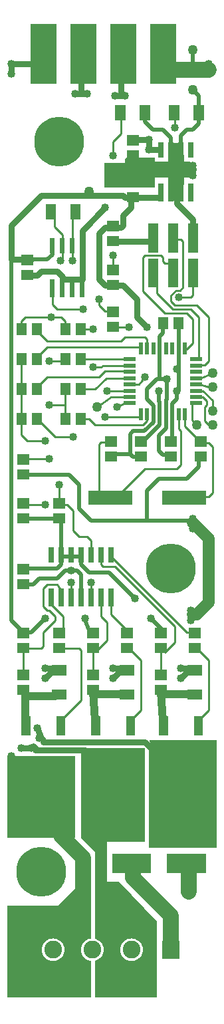
<source format=gbr>
G04 start of page 3 for group 1 idx 3 *
G04 Title: LED driver v. 0.1, front *
G04 Creator: pcb 1.99x *
G04 CreationDate: Sun Jun 28 04:20:52 2009 UTC *
G04 For: davidellsworth *
G04 Format: Gerber/RS-274X *
G04 PCB-Dimensions: 113000 493000 *
G04 PCB-Coordinate-Origin: lower left *
%MOIN*%
%FSLAX24Y24*%
%LNFRONT*%
%ADD11C,0.0200*%
%ADD12C,0.0300*%
%ADD13C,0.0800*%
%ADD14C,0.0600*%
%ADD15C,0.0100*%
%ADD16C,0.0891*%
%ADD17C,0.0400*%
%ADD18C,0.2500*%
%ADD19C,0.0591*%
%ADD20C,0.0150*%
%ADD21C,0.1250*%
%ADD22R,0.0250X0.0250*%
%ADD23R,0.0512X0.0512*%
%ADD24R,0.2200X0.2200*%
%ADD25R,0.0450X0.0450*%
%ADD26R,0.0950X0.0950*%
%ADD27R,0.0700X0.0700*%
%ADD28R,0.0200X0.0200*%
%ADD29C,0.0500*%
%ADD30R,0.1300X0.1300*%
%ADD31R,0.0500X0.0500*%
G54D12*X2000Y40600D02*X500Y39100D01*
G54D11*Y37400D02*X2300D01*
X500Y19300D02*Y37400D01*
G54D12*Y39100D02*Y37400D01*
X1500D01*
G54D11*X2300D02*X2550Y37650D01*
Y37850D01*
G54D12*X5200Y39000D02*X4900Y38700D01*
Y36400D01*
X5200Y36100D01*
X5500D01*
X5600D02*X6100D01*
X5200Y39000D02*X6000D01*
X6100Y39100D01*
Y39600D01*
X6200Y40500D02*X6100Y40600D01*
X2000D01*
G54D11*X500Y19300D02*X1100Y18700D01*
X1500D02*X2200Y19400D01*
X4200D02*Y19300D01*
X4400Y18800D01*
X7500Y19400D02*X8100Y18800D01*
X1200Y18700D02*X1500D01*
X8887Y34160D02*X8877D01*
X8887Y33153D02*Y34160D01*
Y32753D02*Y30887D01*
X8572Y29446D02*Y28277D01*
X7942Y29446D02*Y29100D01*
X7039Y28196D01*
Y28177D01*
X8572Y28277D02*X8539D01*
X8572Y29846D02*Y30172D01*
X8800Y30400D01*
Y30800D01*
X8887Y30887D02*X8800Y30800D01*
X7942Y29846D02*Y30257D01*
X7900Y30300D01*
Y30800D01*
G54D12*X6800Y35400D02*Y34500D01*
X7300Y34000D01*
X6100Y36100D02*X6800Y35400D01*
X6600Y43400D02*X7400D01*
Y42900D01*
X7900D01*
X6500Y40000D02*Y40500D01*
X6100Y39600D02*X6500Y40000D01*
X7900Y40500D02*X6200D01*
X5600Y38300D02*X7500D01*
G54D11*G36*
X6300Y41632D02*Y42267D01*
X6304Y42266D01*
X6895D01*
X6912Y42268D01*
X6929Y42272D01*
X6945Y42280D01*
X6959Y42290D01*
X6971Y42302D01*
X6981Y42316D01*
X6989Y42332D01*
X6993Y42349D01*
X6995Y42367D01*
Y42500D01*
X7700D01*
Y41000D01*
X6992D01*
X6993Y41003D01*
X6995Y41021D01*
Y41533D01*
X6993Y41550D01*
X6989Y41567D01*
X6981Y41583D01*
X6971Y41597D01*
X6959Y41609D01*
X6945Y41619D01*
X6929Y41627D01*
X6912Y41631D01*
X6895Y41633D01*
X6304D01*
X6300Y41632D01*
G37*
G36*
X5150Y41000D02*Y42250D01*
X6900D01*
Y41632D01*
X6895Y41633D01*
X6304D01*
X6287Y41631D01*
X6270Y41627D01*
X6254Y41619D01*
X6240Y41609D01*
X6228Y41597D01*
X6218Y41583D01*
X6210Y41567D01*
X6206Y41550D01*
X6204Y41533D01*
Y41021D01*
X6206Y41003D01*
X6207Y41000D01*
X5150D01*
G37*
G54D11*X8257Y29446D02*Y28950D01*
X7627Y29396D02*Y29250D01*
X7177Y28800D01*
X6600D01*
X6450Y28650D01*
X8257Y28950D02*X7900Y28592D01*
X7627Y29846D02*Y30072D01*
X7900Y28592D02*Y27800D01*
X6450Y28650D02*Y27650D01*
X6600Y27500D01*
X7039D01*
Y27522D01*
X6450Y27650D02*X5539D01*
Y27522D01*
X4400Y21700D02*X4000Y22100D01*
Y22300D01*
X3900Y22500D02*X3000D01*
Y24300D02*Y22850D01*
Y22400D02*Y22100D01*
X2800Y21900D01*
X1300D01*
X6700Y20400D02*X5400Y21700D01*
X4400D01*
X7900Y26400D02*X9300D01*
X9500Y24300D02*X4500D01*
X7300D02*Y25800D01*
X7900Y26400D01*
X1000Y26600D02*X3400D01*
X3900Y26100D02*X3400Y26600D01*
X1100Y24400D02*X2700D01*
X4500Y24300D02*X3900Y24900D01*
Y26100D01*
X7900Y27800D02*X8100Y27600D01*
X8460D01*
Y27522D01*
X9960Y27500D02*Y27522D01*
X9900Y27000D02*Y27500D01*
X9300Y26400D02*X9900Y27000D01*
G54D14*X9600Y24200D02*X10400Y23400D01*
Y20300D01*
X9800Y19600D02*X9600D01*
X10400Y20200D02*X9800Y19600D01*
G54D13*X9400Y7000D02*Y5700D01*
G54D11*X8300Y31453D02*X8342D01*
X7300Y30900D02*X7800Y31400D01*
X8300D01*
X8257Y29846D02*Y30357D01*
X7627Y30072D02*X7300Y30400D01*
Y30900D01*
X8257Y30357D02*X8300Y30400D01*
Y31400D01*
X7942Y32753D02*Y31400D01*
Y33153D02*Y33542D01*
X8100Y33700D01*
Y34137D01*
X8122Y34160D01*
G54D12*X1300Y36600D02*X1800D01*
X2000Y36800D01*
X2800D01*
X3050Y36550D01*
Y36400D01*
X4050D01*
Y38850D01*
X5200Y40000D01*
X8500Y41200D02*Y42600D01*
X9000D02*Y41200D01*
X8700Y42500D02*Y41200D01*
X8800D01*
Y42500D01*
G54D13*X9400Y41900D02*X7600D01*
G54D12*X8700Y43100D02*Y40500D01*
X8900Y43100D02*Y40500D01*
G54D11*X9000Y43600D02*Y43250D01*
G54D12*X8800Y40500D02*Y40200D01*
X9600Y39400D01*
Y39100D01*
X8600Y40500D02*X8900D01*
G54D11*X7200Y44300D02*Y44600D01*
X7600Y43900D02*X7200Y44300D01*
X8100Y43900D02*X7600D01*
X9900Y44600D02*Y44200D01*
X9600Y43900D01*
X9300D01*
G54D12*X8600Y43100D02*X8900D01*
G54D11*X8500Y43500D02*X8100Y43900D01*
X8500Y43200D02*Y43500D01*
X9300Y43900D02*X9000Y43600D01*
X9900Y45100D02*Y45600D01*
X9600Y45900D01*
X6300Y42400D02*Y41100D01*
Y41600D02*X7000D01*
X6900Y41100D02*Y41500D01*
X6150Y41100D02*X7100D01*
X6300Y41550D02*X6950D01*
X6300Y42300D02*X7000D01*
X6300Y42350D02*X7000D01*
X7100Y42400D02*X6300D01*
G54D11*G36*
X7400Y7900D02*Y13051D01*
X7416Y13074D01*
X7435Y13114D01*
X7446Y13156D01*
X7450Y13200D01*
X7446Y13243D01*
X7435Y13285D01*
X7428Y13300D01*
X9000D01*
Y12600D01*
X7900D01*
X7882Y12598D01*
X7865Y12594D01*
X7850Y12586D01*
X7835Y12576D01*
X7823Y12564D01*
X7813Y12550D01*
X7806Y12534D01*
X7801Y12517D01*
X7800Y12500D01*
Y9600D01*
X7801Y9582D01*
X7806Y9565D01*
X7813Y9550D01*
X7823Y9535D01*
X7835Y9523D01*
X7850Y9513D01*
X7865Y9506D01*
X7882Y9501D01*
X7900Y9500D01*
X9000D01*
Y7900D01*
X7400D01*
G37*
G36*
X9000Y13300D02*X10800D01*
Y7900D01*
X9000D01*
Y9500D01*
X10100D01*
X10117Y9501D01*
X10134Y9506D01*
X10150Y9513D01*
X10164Y9523D01*
X10176Y9535D01*
X10186Y9550D01*
X10194Y9565D01*
X10198Y9582D01*
X10200Y9600D01*
Y12500D01*
X10198Y12517D01*
X10194Y12534D01*
X10186Y12550D01*
X10176Y12564D01*
X10164Y12576D01*
X10150Y12586D01*
X10134Y12594D01*
X10117Y12598D01*
X10100Y12600D01*
X9000D01*
Y13300D01*
G37*
G36*
X300Y8400D02*Y12500D01*
X900D01*
Y9600D01*
X901Y9582D01*
X906Y9565D01*
X913Y9550D01*
X923Y9535D01*
X935Y9523D01*
X950Y9513D01*
X965Y9506D01*
X982Y9501D01*
X1000Y9500D01*
X3200D01*
X3217Y9501D01*
X3234Y9506D01*
X3250Y9513D01*
X3264Y9523D01*
X3276Y9535D01*
X3286Y9550D01*
X3294Y9565D01*
X3298Y9582D01*
X3300Y9600D01*
Y12500D01*
X3700D01*
Y8400D01*
X300D01*
G37*
G36*
X800Y12400D02*Y12500D01*
X900D01*
Y12400D01*
X800D01*
G37*
G36*
X4700Y4600D02*Y8400D01*
X5300D01*
Y4600D01*
X4700D01*
G37*
G36*
X4000Y8400D02*X4800D01*
Y7600D01*
X4000Y8400D01*
G37*
G36*
X300Y400D02*Y5000D01*
X2594D01*
Y3365D01*
X2496Y3356D01*
X2401Y3331D01*
X2311Y3289D01*
X2231Y3233D01*
X2161Y3163D01*
X2104Y3082D01*
X2063Y2993D01*
X2037Y2898D01*
X2029Y2800D01*
X2037Y2701D01*
X2063Y2606D01*
X2104Y2517D01*
X2161Y2436D01*
X2231Y2367D01*
X2311Y2310D01*
X2401Y2268D01*
X2496Y2243D01*
X2594Y2234D01*
Y400D01*
X300D01*
G37*
G36*
X2594Y5000D02*X4500D01*
Y3359D01*
X4464Y3356D01*
X4369Y3331D01*
X4280Y3289D01*
X4199Y3233D01*
X4130Y3163D01*
X4073Y3082D01*
X4031Y2993D01*
X4006Y2898D01*
X3997Y2800D01*
X4006Y2701D01*
X4031Y2606D01*
X4073Y2517D01*
X4130Y2436D01*
X4199Y2367D01*
X4280Y2310D01*
X4369Y2268D01*
X4464Y2243D01*
X4500Y2240D01*
Y400D01*
X2594D01*
Y2234D01*
X2692Y2243D01*
X2787Y2268D01*
X2877Y2310D01*
X2957Y2367D01*
X3027Y2436D01*
X3084Y2517D01*
X3125Y2606D01*
X3151Y2701D01*
X3159Y2800D01*
X3151Y2898D01*
X3125Y2993D01*
X3084Y3082D01*
X3027Y3163D01*
X2957Y3233D01*
X2877Y3289D01*
X2787Y3331D01*
X2692Y3356D01*
X2594Y3365D01*
Y5000D01*
G37*
G36*
X3700Y3700D02*Y5800D01*
X4500D01*
Y3700D01*
X3700D01*
G37*
G36*
X4700Y400D02*Y2253D01*
X4756Y2268D01*
X4845Y2310D01*
X4926Y2367D01*
X4996Y2436D01*
X5052Y2517D01*
X5094Y2606D01*
X5119Y2701D01*
X5128Y2800D01*
X5119Y2898D01*
X5094Y2993D01*
X5052Y3082D01*
X4996Y3163D01*
X4926Y3233D01*
X4845Y3289D01*
X4756Y3331D01*
X4700Y3346D01*
Y6200D01*
X5900D01*
X6531Y5535D01*
Y3365D01*
X6433Y3356D01*
X6338Y3331D01*
X6248Y3289D01*
X6168Y3233D01*
X6098Y3163D01*
X6041Y3082D01*
X6000Y2993D01*
X5974Y2898D01*
X5966Y2800D01*
X5974Y2701D01*
X6000Y2606D01*
X6041Y2517D01*
X6098Y2436D01*
X6168Y2366D01*
X6248Y2310D01*
X6338Y2268D01*
X6433Y2243D01*
X6531Y2234D01*
Y400D01*
X4700D01*
G37*
G36*
X6531Y5535D02*X7800Y4200D01*
Y400D01*
X6531D01*
Y2234D01*
X6629Y2243D01*
X6724Y2268D01*
X6814Y2310D01*
X6894Y2366D01*
X6964Y2436D01*
X7021Y2517D01*
X7062Y2606D01*
X7088Y2701D01*
X7096Y2800D01*
X7088Y2898D01*
X7062Y2993D01*
X7021Y3082D01*
X6964Y3163D01*
X6894Y3233D01*
X6814Y3289D01*
X6724Y3331D01*
X6629Y3356D01*
X6531Y3365D01*
Y5535D01*
G37*
G36*
X4000Y8400D02*Y12900D01*
X5600D01*
Y12600D01*
X4500D01*
X4482Y12598D01*
X4465Y12594D01*
X4450Y12586D01*
X4435Y12576D01*
X4423Y12564D01*
X4413Y12550D01*
X4406Y12534D01*
X4401Y12517D01*
X4400Y12500D01*
Y9600D01*
X4401Y9582D01*
X4406Y9565D01*
X4413Y9550D01*
X4423Y9535D01*
X4435Y9523D01*
X4450Y9513D01*
X4465Y9506D01*
X4482Y9501D01*
X4500Y9500D01*
X5600D01*
Y8200D01*
X4200D01*
X4000Y8400D01*
G37*
G36*
X5600Y12900D02*X7200D01*
Y8200D01*
X5600D01*
Y9500D01*
X6700D01*
X6717Y9501D01*
X6734Y9506D01*
X6750Y9513D01*
X6764Y9523D01*
X6776Y9535D01*
X6786Y9550D01*
X6794Y9565D01*
X6798Y9582D01*
X6800Y9600D01*
Y12500D01*
X6798Y12517D01*
X6794Y12534D01*
X6786Y12550D01*
X6776Y12564D01*
X6764Y12576D01*
X6750Y12586D01*
X6734Y12594D01*
X6717Y12598D01*
X6700Y12600D01*
X5600D01*
Y12900D01*
G37*
G54D11*X1600Y21100D02*X1900Y21400D01*
G54D15*X3000Y25100D02*X3300D01*
X3600Y24800D01*
Y23800D01*
X3900Y23500D01*
X4300D02*X4500Y23300D01*
Y22800D01*
X3900Y23500D02*X4300D01*
X4400Y29400D02*X4000D01*
X4700Y29100D02*X4400Y29400D01*
X2900Y26100D02*Y25300D01*
X3200Y30900D02*Y29500D01*
X2400Y30100D02*X3200D01*
X3600Y28500D02*X2700D01*
X2200Y25100D02*X1200D01*
X2400Y27400D02*X1100D01*
X4600Y33900D02*X4000D01*
X7000Y33000D02*X2300D01*
X6000Y33300D02*X2300D01*
X3200Y34300D02*Y34000D01*
X4100Y34900D02*X2800D01*
X2550Y35150D01*
Y35650D01*
X3000Y34500D02*X3200Y34300D01*
X1200Y34500D02*X3000D01*
X1000Y34300D02*X1200Y34500D01*
X5500Y34800D02*X5200D01*
X4900Y35100D01*
Y35400D01*
X2300Y33300D02*X1800Y33800D01*
X6200Y31800D02*X5200D01*
X4900Y31500D01*
X2300D01*
X2400Y32300D02*X3200D01*
X1000Y33900D02*Y34300D01*
X2200Y28300D02*X1300D01*
X1000Y28600D01*
Y32300D01*
X2700Y28500D02*X1800Y29400D01*
X2300Y31500D02*X1900Y31100D01*
X2300Y33000D02*X1800Y32500D01*
X7000Y29500D02*X5200D01*
X7300D02*Y29300D01*
X7100Y29100D01*
X4700D01*
X4000Y30900D02*X4700D01*
X5257Y31457D02*X6246D01*
X6646Y31142D02*X6900D01*
X7200Y31500D01*
X6246Y30512D02*X6233Y30500D01*
X5500D01*
X4800Y30000D01*
X5800D02*X6200Y30200D01*
X6246Y30827D02*X5300Y30800D01*
X4700Y30900D02*X5257Y31457D01*
X5000Y32000D02*X4600D01*
X5000D02*X5087Y32087D01*
X6246Y32402D02*X4000Y32400D01*
X5087Y32087D02*X6246D01*
X6400Y34000D02*X5700D01*
X7300Y33200D02*Y33400D01*
X7200Y33500D01*
X6200D01*
X6000Y33300D01*
X9100Y38300D02*X9000Y38400D01*
X8700D01*
Y44600D02*Y44000D01*
X5900Y44600D02*X6000Y44500D01*
Y43700D01*
G54D12*X5700Y45600D02*X6200D01*
X6000D02*Y46400D01*
G54D15*Y43700D02*X5600Y43300D01*
Y42600D01*
G54D13*X10400Y46900D02*X8500D01*
G54D11*X9600Y47900D02*Y47100D01*
G54D12*X3700Y45700D02*X4300D01*
X4000D02*Y46400D01*
X500Y46700D02*Y47200D01*
X1700D01*
G54D15*X3550Y37350D02*Y37850D01*
X3050D02*Y37450D01*
X2950Y37350D01*
X3550Y38350D02*Y39550D01*
X3600Y39600D01*
X2650Y39500D02*Y39050D01*
X3050Y38650D01*
Y38350D01*
X5600Y36900D02*Y37600D01*
X7100Y37500D02*X7200Y37600D01*
X8000D01*
X8100Y37500D01*
X9202Y29446D02*Y29035D01*
X9553Y30197D02*Y29346D01*
X9800Y29100D01*
X8900Y29500D02*Y28900D01*
X9953Y30512D02*X10087D01*
X10300Y30300D01*
Y30100D01*
X9953Y30827D02*X9981Y30800D01*
X9953Y32402D02*X9950Y32406D01*
X9981Y30800D02*X10100D01*
X10600Y30350D01*
X9953Y31142D02*X10600Y30950D01*
Y30350D02*Y29800D01*
X10200Y29300D02*X10400Y29100D01*
X10600D01*
X10400Y29800D02*X10600D01*
X10300Y30100D02*X10200Y30000D01*
Y29300D01*
X9600Y33200D02*X9300Y32900D01*
X9600Y34400D02*Y33200D01*
X9300Y34700D02*X9600Y34400D01*
X9900Y34500D02*X9500Y34900D01*
Y35500D02*X9600Y35600D01*
Y36200D01*
X8900Y35500D02*X9500D01*
X8750Y35850D02*X8950D01*
X9100Y36000D01*
Y38300D01*
X7100Y35800D02*Y37500D01*
X8100D02*Y37300D01*
X8200Y37200D01*
X8500D01*
X8200Y34700D02*X7100Y35800D01*
X9300Y34700D02*X8200D01*
X9500Y34900D02*X8600D01*
X9800Y35100D02*X8700D01*
X7800Y35700D02*Y36100D01*
X8600Y34900D02*X7800Y35700D01*
X8700Y35100D02*X8500Y35300D01*
Y35600D01*
X8750Y35850D01*
X9953Y31457D02*X10600Y31700D01*
X10000Y32100D02*X10200D01*
X10400Y32300D01*
Y34100D01*
X9900Y32400D02*Y34500D01*
X10400D02*Y34000D01*
X9800Y35100D02*X10400Y34500D01*
G54D12*X2200Y16400D02*X2600Y16800D01*
X5600Y16900D02*X6000D01*
X5600Y16400D02*X6000Y16800D01*
X2200Y16900D02*X2600D01*
G54D15*X4600Y17900D02*Y16600D01*
X3900Y17900D02*X4000Y17800D01*
G54D17*X4700Y14300D02*X4600Y15700D01*
X6200Y15600D02*X4800D01*
G54D15*X4000Y17800D02*Y15300D01*
X1100Y17800D02*Y16700D01*
X1200Y17900D02*X2000D01*
G54D17*X2700Y15500D02*X1300D01*
X1200Y14400D02*Y15700D01*
G54D15*X2700Y19500D02*Y19300D01*
X3100Y19500D02*Y18900D01*
X2500Y20100D02*X3100Y19500D01*
G54D11*X1100Y21100D02*X1600D01*
G54D15*X2300D02*X2100Y20900D01*
Y20000D01*
X3000Y20800D02*X2800Y21100D01*
G54D11*Y21400D02*X3200Y21800D01*
X4000Y20900D02*Y21600D01*
X3800Y21800D02*X3200D01*
G54D15*X3500Y21200D02*Y20800D01*
X4500Y21200D02*Y20800D01*
X2800Y21100D02*X2300D01*
G54D11*X1900Y21400D02*X2800D01*
G54D15*X2700Y19300D02*X2100Y18700D01*
Y20000D02*X2300Y19800D01*
X2400D02*X2300D01*
X2700Y19500D02*X2400Y19800D01*
X2100Y18700D02*Y18000D01*
X2000Y17900D01*
X4000Y15300D02*X3100Y14400D01*
X2900Y17900D02*X3900D01*
G54D13*X6600Y6400D02*Y6900D01*
Y6400D02*X8500Y4500D01*
Y2800D01*
X4100Y7400D02*Y5700D01*
X2900Y4500D01*
G54D12*X2100Y13200D02*Y13300D01*
X1000Y12900D02*X1500D01*
X1600Y13000D02*X1800Y12800D01*
X2000Y13400D02*X1800Y13900D01*
X2100Y13300D02*X2000Y13400D01*
X1700Y12800D02*X4200D01*
X4700Y12300D01*
X4400Y9400D02*Y12600D01*
X6700Y9500D02*X4600D01*
X3200Y12300D02*Y9600D01*
G54D13*X3000Y8500D02*X4100Y7400D01*
G54D12*X500Y12000D02*X1300D01*
G54D17*X500Y12300D02*X1100D01*
X1000D02*Y9800D01*
G54D12*X3200Y9600D02*X900D01*
X2100Y13200D02*X7200D01*
X4400Y12600D02*X6800D01*
X6700Y12500D01*
G54D17*X3100Y12300D02*X3400D01*
G54D12*X7200Y13200D02*X8000Y12400D01*
X6700Y12500D02*Y9500D01*
G54D17*X7900Y12600D02*Y9600D01*
X10100D01*
Y12500D01*
X8000D01*
X8125Y14275D02*X8100Y14300D01*
X8000Y15700D01*
X8200Y15600D01*
G54D15*X6400Y17900D02*X7000Y17300D01*
Y14800D01*
X6600Y14400D01*
X8000Y17900D02*Y16700D01*
G54D17*X8200Y15600D02*X9600D01*
G54D15*X10400Y14800D02*X10000Y14400D01*
X8700Y18200D02*X8200Y17700D01*
X9800Y17900D02*X10400Y17300D01*
Y14800D01*
G54D12*X9000Y16900D02*X9400D01*
X9000Y16400D02*X9400Y16800D01*
G54D15*X9700Y18700D02*X9300D01*
G54D11*X3800Y21800D02*X4000Y21600D01*
G54D15*X5500Y20100D02*Y19600D01*
X6300Y18800D01*
X5000Y20200D02*Y19500D01*
X5300Y19200D01*
Y18300D01*
X5460Y28277D02*X5433Y28250D01*
X5000D01*
X4900Y28150D01*
Y25700D01*
X5300Y18300D02*X4800Y17800D01*
X5000Y22100D02*Y22300D01*
X5700Y22000D02*X5100D01*
X5000Y22100D02*X5100Y22000D01*
X7200Y26900D02*X6000Y25700D01*
X9000Y27100D02*X8800Y26900D01*
X7200D01*
X9300Y18700D02*X5500Y22500D01*
X8700Y19000D02*Y18200D01*
Y19000D02*X5700Y22000D01*
X9728Y28277D02*X9960D01*
X10000Y28300D02*X10100Y28200D01*
X10400D01*
X10600Y28000D01*
Y25700D01*
X10400Y25500D01*
X10100D01*
X8900Y28900D02*X9000Y28800D01*
X10037Y28200D02*X9202Y29035D01*
X9000Y28800D02*Y27100D01*
G54D11*G36*
X8054Y3245D02*Y2354D01*
X8945D01*
Y3245D01*
X8054D01*
G37*
G54D16*X6531Y2800D03*
X4563D03*
X2594D03*
G54D17*X6700Y20400D03*
X9500Y19300D03*
Y19800D03*
X9000Y16400D03*
X7500Y19400D03*
X9000Y16900D03*
X5600D03*
Y16400D03*
X4200Y19400D03*
X2200Y16900D03*
Y16400D03*
Y19400D03*
X9600Y23900D03*
Y24400D03*
G54D18*X8500Y21900D03*
G54D17*X3500Y21800D03*
Y21200D03*
X4500D03*
X1800Y13900D03*
G54D18*X2000Y6700D03*
G54D17*X1500Y12900D03*
X1900Y13400D03*
X1000Y12900D03*
X500Y12500D03*
Y12000D03*
X9400Y5600D03*
Y6100D03*
G54D18*X2900Y43300D03*
G54D17*X3700Y45700D03*
X4300D03*
X500Y46700D03*
X10400D03*
X8700Y44000D03*
X7400Y43400D03*
Y42900D03*
X6200Y45600D03*
X5200Y40000D03*
X5600Y42600D03*
X5700Y45600D03*
X500Y47200D03*
X10400D03*
X9600Y42100D03*
Y41600D03*
X2200Y25100D03*
Y28300D03*
X2400Y27400D03*
X2900Y26100D03*
X2400Y30100D03*
X3600Y28500D03*
X8300Y31400D03*
X7900Y30800D03*
X5800Y30000D03*
X5300Y30800D03*
X5200Y29500D03*
X7200Y31500D03*
X6400Y34000D03*
X7300D03*
X8800Y30800D03*
Y31900D03*
X4600Y32000D03*
X2400Y32300D03*
X4600Y33900D03*
X2500Y34500D03*
X4900Y35400D03*
X4100Y34900D03*
X3550Y37350D03*
X2950D03*
X5600Y37600D03*
X8900Y35500D03*
G54D22*X2500Y22850D02*Y22350D01*
X3000Y22850D02*Y22350D01*
X3500Y22850D02*Y22350D01*
X4000Y22850D02*Y22350D01*
X4500Y22850D02*Y22350D01*
X5000Y22850D02*Y22350D01*
X4000Y20800D02*Y20150D01*
X3500Y20800D02*Y20150D01*
X3000Y20800D02*Y20150D01*
X2500Y20800D02*Y20150D01*
G54D23*X1060Y21122D02*X1139D01*
X1060Y21877D02*X1139D01*
G54D24*X9000Y11400D02*Y10700D01*
G54D25*X9875Y14275D02*Y13775D01*
X8125Y14275D02*Y13775D01*
G54D24*X2100Y11400D02*Y10700D01*
X5600Y11400D02*Y10700D01*
G54D25*X2975Y14275D02*Y13775D01*
X6475Y14275D02*Y13775D01*
X4725Y14275D02*Y13775D01*
X1225Y14275D02*Y13775D01*
G54D26*X6025Y7125D02*X7025D01*
X8775D02*X9775D01*
G54D22*X5500Y22850D02*Y22350D01*
G54D23*X6960Y28277D02*X7039D01*
X6960Y27522D02*X7039D01*
X5460D02*X5539D01*
X5460Y28277D02*X5539D01*
X1060Y24422D02*X1139D01*
X1060Y25177D02*X1139D01*
X1022Y29439D02*Y29360D01*
X1060Y26622D02*X1139D01*
X1060Y27377D02*X1139D01*
X2860Y24422D02*X2939D01*
X2860Y25177D02*X2939D01*
G54D27*X4700Y25450D02*X6200D01*
G54D22*X5500Y20800D02*Y20150D01*
X5000Y20800D02*Y20150D01*
X4500Y20800D02*Y20150D01*
G54D23*X4560Y17922D02*X4639D01*
X4560Y18677D02*X4639D01*
X6260Y17922D02*X6339D01*
X6260Y18677D02*X6339D01*
X7960Y17922D02*X8039D01*
X7960Y18677D02*X8039D01*
X9660Y17922D02*X9739D01*
X9660Y18677D02*X9739D01*
X2860Y17922D02*X2939D01*
X2860Y18677D02*X2939D01*
X2781Y16815D02*X3018D01*
X2781Y15584D02*X3018D01*
X1060Y15822D02*X1139D01*
X1060Y16577D02*X1139D01*
X1060Y17922D02*X1139D01*
X1060Y18677D02*X1139D01*
X7960Y15822D02*X8039D01*
X9581Y15584D02*X9818D01*
X6181D02*X6418D01*
X4560Y15822D02*X4639D01*
X7960Y16577D02*X8039D01*
X9581Y16815D02*X9818D01*
X6181D02*X6418D01*
X4560Y16577D02*X4639D01*
X1777Y29439D02*Y29360D01*
X3222Y29439D02*Y29360D01*
X3977Y29439D02*Y29360D01*
G54D28*X6997Y29846D02*Y29446D01*
X7312Y29846D02*Y29446D01*
X7627Y29846D02*Y29446D01*
X7942Y29846D02*Y29446D01*
X8257Y29846D02*Y29446D01*
X8572Y29846D02*Y29446D01*
X8887Y29846D02*Y29446D01*
G54D23*X8460Y28277D02*X8539D01*
X9960Y27522D02*X10039D01*
X9960Y28277D02*X10039D01*
G54D29*X9800Y29100D03*
G54D28*X9202Y29846D02*Y29446D01*
G54D23*X8460Y27522D02*X8539D01*
G54D27*X8400Y25450D02*X9900D01*
G54D29*X10600Y29100D03*
Y29800D03*
G54D30*X6100Y48550D02*Y46850D01*
X4100Y48550D02*Y46850D01*
X2100Y48550D02*Y46850D01*
G54D23*X3715Y39918D02*Y39681D01*
G54D29*X4400Y40800D03*
G54D30*X8100Y48550D02*Y46850D01*
G54D23*X8667Y44884D02*Y44648D01*
X5967Y44884D02*Y44648D01*
X7198Y44884D02*Y44648D01*
X9898Y44884D02*Y44648D01*
G54D29*X9600Y47900D03*
Y45900D03*
G54D22*X9500Y43150D02*Y42650D01*
Y41100D02*Y40450D01*
X8000Y43150D02*Y42650D01*
X8500Y43150D02*Y42650D01*
X9000Y43150D02*Y42650D01*
X8500Y41100D02*Y40450D01*
X9000Y41100D02*Y40450D01*
X8000Y41100D02*Y40450D01*
G54D23*X6560Y40522D02*X6639D01*
X6560Y41277D02*X6639D01*
X6560Y43377D02*X6639D01*
X6560Y42622D02*X6639D01*
X3222Y33939D02*Y33860D01*
X1022Y33939D02*Y33860D01*
X1777Y33939D02*Y33860D01*
X2484Y39918D02*Y39681D01*
X5560Y36122D02*X5639D01*
X5560Y36877D02*X5639D01*
X5560Y38322D02*X5639D01*
X5560Y39077D02*X5639D01*
G54D22*X2550Y38350D02*Y37850D01*
Y36300D02*Y35650D01*
X3050Y38350D02*Y37850D01*
Y36300D02*Y35650D01*
X3550Y36300D02*Y35650D01*
X4050Y36300D02*Y35650D01*
X3550Y38350D02*Y37850D01*
X4050Y38350D02*Y37850D01*
G54D23*X1260Y37377D02*X1339D01*
X1260Y36622D02*X1339D01*
X3977Y33939D02*Y33860D01*
X5560Y34022D02*X5639D01*
X5560Y34777D02*X5639D01*
X1022Y30939D02*Y30860D01*
X1777Y30939D02*Y30860D01*
X1022Y32439D02*Y32360D01*
X1777Y32439D02*Y32360D01*
G54D29*X4800Y30000D03*
G54D23*X3222Y30939D02*Y30860D01*
X3977Y30939D02*Y30860D01*
X3222Y32439D02*Y32360D01*
X3977Y32439D02*Y32360D01*
X8877Y34239D02*Y34160D01*
X8122Y34239D02*Y34160D01*
G54D31*X7600Y37200D02*Y36250D01*
Y38950D02*Y38000D01*
X8600Y37200D02*Y36250D01*
Y38950D02*Y38000D01*
G54D28*X9202Y33153D02*Y32753D01*
X8887Y33153D02*Y32753D01*
X8572Y33153D02*Y32753D01*
X8257Y33153D02*Y32753D01*
X7942Y33153D02*Y32753D01*
X7627Y33153D02*Y32753D01*
X7312Y33153D02*Y32753D01*
G54D31*X9600Y37200D02*Y36250D01*
Y38950D02*Y38000D01*
G54D28*X9553Y30197D02*X9953D01*
X9553Y30512D02*X9953D01*
X9553Y30827D02*X9953D01*
X9553Y31142D02*X9953D01*
X9553Y31457D02*X9953D01*
X9553Y31772D02*X9953D01*
X9553Y32087D02*X9953D01*
X9553Y32402D02*X9953D01*
G54D29*X10600Y31700D03*
Y31000D03*
G54D28*X6997Y33153D02*Y32753D01*
X6246Y32402D02*X6646D01*
X6246Y32087D02*X6646D01*
X6246Y31772D02*X6646D01*
X6246Y31457D02*X6646D01*
X6246Y31142D02*X6646D01*
X6246Y30827D02*X6646D01*
X6246Y30512D02*X6646D01*
X6246Y30197D02*X6646D01*
G54D19*G54D20*G54D21*G54D20*G54D21*G54D20*G54D21*G54D20*M02*

</source>
